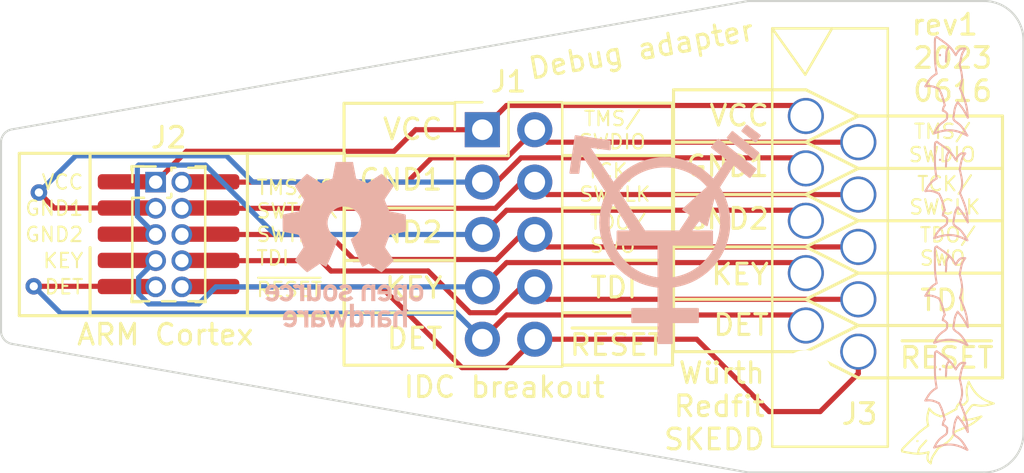
<source format=kicad_pcb>
(kicad_pcb (version 20221018) (generator pcbnew)
  (layers (0 "F.Cu" signal) (31 "B.Cu" signal) (34 "B.Paste" user) (35 "F.Paste" user) (36 "B.SilkS" user "B.Silkscreen") (37 "F.SilkS" user "F.Silkscreen") (38 "B.Mask" user) (39 "F.Mask" user) (44 "Edge.Cuts" user))
  (net 0 "")
  (net 1 "VCC")
  (net 2 "TMS{slash}SWDIO")
  (net 3 "GND1")
  (net 4 "TCK{slash}SWCLK")
  (net 5 "GND2")
  (net 6 "TDO{slash}SWO")
  (net 7 "KEY")
  (net 8 "TDI")
  (net 9 "DET")
  (net 10 "~{RESET}")
  (footprint "lethalbit-connectors:FTSH-105-01-L-DV-K-TR" (layer "F.Cu") (at 109.08 105.922 -90)
    (fp_text reference "J6" hide)
    (fp_text value "Cortex_Dbg_SMD")
    (pad "1" smd roundrect (at -2.54 2.035 270) (size 0.74 2.79) (layers "F.Cu" "F.Paste" "F.Mask") (roundrect_rratio 0.2702702703) (net 1 "VCC"))
    (pad "2" smd roundrect (at -2.54 -2.035 270) (size 0.74 2.79) (layers "F.Cu" "F.Paste" "F.Mask") (roundrect_rratio 0.2702702703) (net 2 "TMS{slash}SWDIO"))
    (pad "3" smd roundrect (at -1.27 2.035 270) (size 0.74 2.79) (layers "F.Cu" "F.Paste" "F.Mask") (roundrect_rratio 0.2702702703) (net 3 "GND1"))
    (pad "4" smd roundrect (at -1.27 -2.035 270) (size 0.74 2.79) (layers "F.Cu" "F.Paste" "F.Mask") (roundrect_rratio 0.2702702703) (net 4 "TCK{slash}SWCLK"))
    (pad "5" smd roundrect (at 0 2.035 270) (size 0.74 2.79) (layers "F.Cu" "F.Paste" "F.Mask") (roundrect_rratio 0.2702702703) (net 5 "GND2"))
    (pad "6" smd roundrect (at 0 -2.035 270) (size 0.74 2.79) (layers "F.Cu" "F.Paste" "F.Mask") (roundrect_rratio 0.2702702703) (net 6 "TDO{slash}SWO"))
    (pad "7" smd roundrect (at 1.27 2.035 270) (size 0.74 2.79) (layers "F.Cu" "F.Paste" "F.Mask") (roundrect_rratio 0.2702702703) (net 7 "KEY"))
    (pad "8" smd roundrect (at 1.27 -2.035 270) (size 0.74 2.79) (layers "F.Cu" "F.Paste" "F.Mask") (roundrect_rratio 0.2702702703) (net 8 "TDI"))
    (pad "9" smd roundrect (at 2.54 2.035 270) (size 0.74 2.79) (layers "F.Cu" "F.Paste" "F.Mask") (roundrect_rratio 0.2702702703) (net 9 "DET"))
    (pad "10" smd roundrect (at 2.54 -2.035 270) (size 0.74 2.79) (layers "F.Cu" "F.Paste" "F.Mask") (roundrect_rratio 0.2702702703) (net 10 "~{RESET}"))
  )
  (footprint "Connector_PinHeader_2.54mm:PinHeader_2x05_P2.54mm_Vertical" (layer "F.Cu") (at 124.2815 100.855)
    (fp_text reference "J1" (at 1.27 -2.33) (layer "F.SilkS"))
    (fp_text value "IDC_Breakout")
    (pad "1" thru_hole rect (at 0 0) (size 1.7 1.7) (drill 1) (layers "*.Cu" "*.Mask") (net 1 "VCC"))
    (pad "2" thru_hole oval (at 2.54 0) (size 1.7 1.7) (drill 1) (layers "*.Cu" "*.Mask") (net 2 "TMS{slash}SWDIO"))
    (pad "3" thru_hole oval (at 0 2.54) (size 1.7 1.7) (drill 1) (layers "*.Cu" "*.Mask") (net 3 "GND1"))
    (pad "4" thru_hole oval (at 2.54 2.54) (size 1.7 1.7) (drill 1) (layers "*.Cu" "*.Mask") (net 4 "TCK{slash}SWCLK"))
    (pad "5" thru_hole oval (at 0 5.08) (size 1.7 1.7) (drill 1) (layers "*.Cu" "*.Mask") (net 5 "GND2"))
    (pad "6" thru_hole oval (at 2.54 5.08) (size 1.7 1.7) (drill 1) (layers "*.Cu" "*.Mask") (net 6 "TDO{slash}SWO"))
    (pad "7" thru_hole oval (at 0 7.62) (size 1.7 1.7) (drill 1) (layers "*.Cu" "*.Mask") (net 7 "KEY"))
    (pad "8" thru_hole oval (at 2.54 7.62) (size 1.7 1.7) (drill 1) (layers "*.Cu" "*.Mask") (net 8 "TDI"))
    (pad "9" thru_hole oval (at 0 10.16) (size 1.7 1.7) (drill 1) (layers "*.Cu" "*.Mask") (net 9 "DET"))
    (pad "10" thru_hole oval (at 2.54 10.16) (size 1.7 1.7) (drill 1) (layers "*.Cu" "*.Mask") (net 10 "~{RESET}"))
  )
  (footprint "Connector_PinHeader_1.27mm:PinHeader_2x05_P1.27mm_Vertical" (layer "F.Cu") (at 108.455 103.397)
    (fp_text reference "J2" (at 0.635 -2.159) (layer "F.SilkS"))
    (fp_text value "Cortex_Dbg")
    (pad "1" thru_hole rect (at 0 0) (size 1 1) (drill 0.65) (layers "*.Cu" "*.Mask") (net 1 "VCC"))
    (pad "2" thru_hole oval (at 1.27 0) (size 1 1) (drill 0.65) (layers "*.Cu" "*.Mask") (net 2 "TMS{slash}SWDIO"))
    (pad "3" thru_hole oval (at 0 1.27) (size 1 1) (drill 0.65) (layers "*.Cu" "*.Mask") (net 3 "GND1"))
    (pad "4" thru_hole oval (at 1.27 1.27) (size 1 1) (drill 0.65) (layers "*.Cu" "*.Mask") (net 4 "TCK{slash}SWCLK"))
    (pad "5" thru_hole oval (at 0 2.54) (size 1 1) (drill 0.65) (layers "*.Cu" "*.Mask") (net 5 "GND2"))
    (pad "6" thru_hole oval (at 1.27 2.54) (size 1 1) (drill 0.65) (layers "*.Cu" "*.Mask") (net 6 "TDO{slash}SWO"))
    (pad "7" thru_hole oval (at 0 3.81) (size 1 1) (drill 0.65) (layers "*.Cu" "*.Mask") (net 7 "KEY"))
    (pad "8" thru_hole oval (at 1.27 3.81) (size 1 1) (drill 0.65) (layers "*.Cu" "*.Mask") (net 8 "TDI"))
    (pad "9" thru_hole oval (at 0 5.08) (size 1 1) (drill 0.65) (layers "*.Cu" "*.Mask") (net 9 "DET"))
    (pad "10" thru_hole oval (at 1.27 5.08) (size 1 1) (drill 0.65) (layers "*.Cu" "*.Mask") (net 10 "~{RESET}"))
  )
  (footprint "graphics:shork" (layer "F.Cu") (at 146.812 115.189 45)
    (fp_text reference "REF**" hide)
    (fp_text value "shork")
  )
  (footprint "chip-bo:Wurth_WR-RST_REDFIT_IDC_SKEDD-10_02x05_490107671012_DEBUG" (layer "F.Cu") (at 141.224 105.84 -90)
    (fp_text reference "J3" (at 8.8 -1.33 unlocked) (layer "F.SilkS"))
    (fp_text value "Redfit_SKEDD")
    (pad "" np_thru_hole circle (at -6.98 -1.27 270) (size 2.2 2.2) (drill 2.2) (layers "*.Cu" "*.Mask"))
    (pad "" np_thru_hole circle (at 7.01 1.27 270) (size 2.6 2.6) (drill 2.6) (layers "*.Cu" "*.Mask"))
    (pad "1" thru_hole circle (at -5.65 1.27 270) (size 1.75 1.75) (drill 1.5) (layers "*.Cu" "*.Mask") (net 1 "VCC"))
    (pad "2" thru_hole circle (at -4.38 -1.27 270) (size 1.75 1.75) (drill 1.5) (layers "*.Cu" "*.Mask") (net 2 "TMS{slash}SWDIO"))
    (pad "3" thru_hole circle (at -3.11 1.27 270) (size 1.75 1.75) (drill 1.5) (layers "*.Cu" "*.Mask") (net 3 "GND1"))
    (pad "4" thru_hole circle (at -1.84 -1.27 270) (size 1.75 1.75) (drill 1.5) (layers "*.Cu" "*.Mask") (net 4 "TCK{slash}SWCLK"))
    (pad "5" thru_hole circle (at -0.57 1.27 270) (size 1.75 1.75) (drill 1.5) (layers "*.Cu" "*.Mask") (net 5 "GND2"))
    (pad "6" thru_hole circle (at 0.7 -1.27 270) (size 1.75 1.75) (drill 1.5) (layers "*.Cu" "*.Mask") (net 6 "TDO{slash}SWO"))
    (pad "7" thru_hole circle (at 1.97 1.27 270) (size 1.75 1.75) (drill 1.5) (layers "*.Cu" "*.Mask") (net 7 "KEY"))
    (pad "8" thru_hole circle (at 3.24 -1.27 270) (size 1.75 1.75) (drill 1.5) (layers "*.Cu" "*.Mask") (net 8 "TDI"))
    (pad "9" thru_hole circle (at 4.51 1.27 270) (size 1.75 1.75) (drill 1.5) (layers "*.Cu" "*.Mask") (net 9 "DET"))
    (pad "10" thru_hole circle (at 5.78 -1.27 270) (size 1.75 1.75) (drill 1.5) (layers "*.Cu" "*.Mask") (net 10 "~{RESET}"))
  )
  (footprint "graphics:trans" (layer "B.Cu") (at 132.969 105.918 180)
    (fp_text reference "REF**" hide)
    (fp_text value "trans")
  )
  (footprint "Symbol:OSHW-Logo_7.5x8mm_SilkScreen" (layer "B.Cu") (at 117.602 106.426 180)
    (fp_text reference "REF**" hide)
    (fp_text value "OSHW-Logo_7.5x8mm_SilkScreen" hide)
  )
  (footprint "graphics:shork" (layer "B.Cu") (at 146.939 103.886 -90)
    (fp_text reference "REF**2" hide)
    (fp_text value "shork")
  )
  (footprint "graphics:shork" (layer "B.Cu") (at 146.939 114.046 -90)
    (fp_text reference "REF**4" hide)
    (fp_text value "shork")
  )
  (footprint "graphics:shork" (layer "B.Cu") (at 146.939 98.806 -90)
    (fp_text reference "REF**1" hide)
    (fp_text value "shork")
  )
  (footprint "graphics:shork" (layer "B.Cu") (at 146.939 108.966 -90)
    (fp_text reference "REF**3" hide)
    (fp_text value "shork")
  )
  (gr_line (start 117.599 109.874) (end 117.599 102) (stroke (width 0.15)) (layer "F.SilkS"))
  (gr_line (start 133.5435 98.92) (end 133.5435 111.62) (stroke (width 0.15)) (layer "F.SilkS"))
  (gr_line (start 139.954 104) (end 142.494 102.73) (stroke (width 0.15)) (layer "F.SilkS"))
  (gr_line (start 133.4955 99.568) (end 128.1615 99.568) (stroke (width 0.15)) (layer "F.SilkS"))
  (gr_line (start 133.4955 104.648) (end 128.1615 104.648) (stroke (width 0.15)) (layer "F.SilkS"))
  (gr_line (start 139.954 101.46) (end 142.494 102.73) (stroke (width 0.15)) (layer "F.SilkS"))
  (gr_line (start 112.9 102) (end 117.599 102) (stroke (width 0.15)) (layer "F.SilkS"))
  (gr_line (start 133.4955 109.728) (end 128.1615 109.728) (stroke (width 0.15)) (layer "F.SilkS"))
  (gr_line (start 128.1615 112.268) (end 133.4955 112.268) (stroke (width 0.15)) (layer "F.SilkS"))
  (gr_line (start 139.954 111.62) (end 142.494 112.89) (stroke (width 0.15)) (layer "F.SilkS"))
  (gr_line (start 133.5435 111.62) (end 139.954 111.62) (stroke (width 0.15)) (layer "F.SilkS"))
  (gr_line (start 117.5815 112.275) (end 122.9155 112.275) (stroke (width 0.15)) (layer "F.SilkS"))
  (gr_line (start 122.9155 109.735) (end 117.5815 109.735) (stroke (width 0.15)) (layer "F.SilkS"))
  (gr_line (start 139.954 109.08) (end 142.494 110.35) (stroke (width 0.15)) (layer "F.SilkS"))
  (gr_line (start 149.479 107.81) (end 142.494 107.81) (stroke (width 0.15)) (layer "F.SilkS"))
  (gr_line (start 139.954 109.08) (end 133.5435 109.08) (stroke (width 0.15)) (layer "F.SilkS"))
  (gr_line (start 139.954 101.46) (end 133.5435 101.46) (stroke (width 0.15)) (layer "F.SilkS"))
  (gr_line (start 101.851 102) (end 105.28 102) (stroke (width 0.15)) (layer "F.SilkS"))
  (gr_line (start 122.9155 107.195) (end 117.5815 107.195) (stroke (width 0.15)) (layer "F.SilkS"))
  (gr_line (start 122.9155 99.575) (end 117.5815 99.575) (stroke (width 0.15)) (layer "F.SilkS"))
  (gr_line (start 101.851 109.874) (end 101.851 102) (stroke (width 0.15)) (layer "F.SilkS"))
  (gr_line (start 139.954 98.92) (end 133.5435 98.92) (stroke (width 0.15)) (layer "F.SilkS"))
  (gr_line (start 117.5815 99.575) (end 117.5815 112.275) (stroke (width 0.15)) (layer "F.SilkS"))
  (gr_line (start 142.494 100.19) (end 149.479 100.19) (stroke (width 0.15)) (layer "F.SilkS"))
  (gr_line (start 139.954 109.08) (end 142.494 107.81) (stroke (width 0.15)) (layer "F.SilkS"))
  (gr_line (start 122.9155 104.655) (end 117.5815 104.655) (stroke (width 0.15)) (layer "F.SilkS"))
  (gr_line (start 133.4955 99.568) (end 133.4955 112.268) (stroke (width 0.15)) (layer "F.SilkS"))
  (gr_line (start 139.954 106.54) (end 133.5435 106.54) (stroke (width 0.15)) (layer "F.SilkS"))
  (gr_line (start 139.954 104) (end 133.5435 104) (stroke (width 0.15)) (layer "F.SilkS"))
  (gr_line (start 139.954 101.46) (end 142.494 100.19) (stroke (width 0.15)) (layer "F.SilkS"))
  (gr_line (start 105.28 102) (end 112.9 102) (stroke (width 0.15)) (layer "F.SilkS"))
  (gr_line (start 112.9 102) (end 112.9 109.874) (stroke (width 0.15)) (layer "F.SilkS"))
  (gr_line (start 149.479 112.89) (end 142.494 112.89) (stroke (width 0.15)) (layer "F.SilkS"))
  (gr_line (start 149.479 102.73) (end 142.494 102.73) (stroke (width 0.15)) (layer "F.SilkS"))
  (gr_line (start 149.479 105.27) (end 142.494 105.27) (stroke (width 0.15)) (layer "F.SilkS"))
  (gr_line (start 139.954 106.54) (end 142.494 107.81) (stroke (width 0.15)) (layer "F.SilkS"))
  (gr_line (start 112.9 109.874) (end 105.28 109.874) (stroke (width 0.15)) (layer "F.SilkS"))
  (gr_line (start 117.599 109.874) (end 112.9 109.874) (stroke (width 0.15)) (layer "F.SilkS"))
  (gr_line (start 105.28 102) (end 105.28 105.302) (stroke (width 0.15)) (layer "F.SilkS"))
  (gr_line (start 133.4955 107.188) (end 128.1615 107.188) (stroke (width 0.15)) (layer "F.SilkS"))
  (gr_line (start 149.479 110.35) (end 142.494 110.35) (stroke (width 0.15)) (layer "F.SilkS"))
  (gr_line (start 133.4955 102.108) (end 128.1615 102.108) (stroke (width 0.15)) (layer "F.SilkS"))
  (gr_line (start 105.28 109.874) (end 101.851 109.874) (stroke (width 0.15)) (layer "F.SilkS"))
  (gr_line (start 139.954 111.62) (end 142.494 110.35) (stroke (width 0.15)) (layer "F.SilkS"))
  (gr_line (start 139.954 98.92) (end 142.494 100.19) (stroke (width 0.15)) (layer "F.SilkS"))
  (gr_line (start 139.954 106.54) (end 142.494 105.27) (stroke (width 0.15)) (layer "F.SilkS"))
  (gr_line (start 139.954 104) (end 142.494 105.27) (stroke (width 0.15)) (layer "F.SilkS"))
  (gr_line (start 149.479 100.19) (end 149.479 112.89) (stroke (width 0.15)) (layer "F.SilkS"))
  (gr_line (start 122.9155 102.115) (end 117.5815 102.115) (stroke (width 0.15)) (layer "F.SilkS"))
  (gr_line (start 105.28 109.874) (end 105.28 106.572) (stroke (width 0.15)) (layer "F.SilkS"))
  (gr_arc (start 150.495 115.57) (mid 149.937038 116.917038) (end 148.59 117.475) (stroke (width 0.1)) (layer "Edge.Cuts"))
  (gr_arc (start 100.965 101.46436) (mid 101.115482 101.053912) (end 101.495607 100.838) (stroke (width 0.1)) (layer "Edge.Cuts"))
  (gr_line (start 148.59 94.615) (end 137.16 94.615) (stroke (width 0.1)) (layer "Edge.Cuts"))
  (gr_line (start 137.16 117.475) (end 148.59 117.475) (stroke (width 0.1)) (layer "Edge.Cuts"))
  (gr_line (start 101.495608 111.243359) (end 137.16 117.475) (stroke (width 0.1)) (layer "Edge.Cuts"))
  (gr_arc (start 148.59 94.615) (mid 149.937038 95.172962) (end 150.495 96.52) (stroke (width 0.1)) (layer "Edge.Cuts"))
  (gr_arc (start 101.495608 111.243359) (mid 101.115483 111.027447) (end 100.965001 110.616999) (stroke (width 0.1)) (layer "Edge.Cuts"))
  (gr_line (start 150.495 115.57) (end 150.495 96.52) (stroke (width 0.1)) (layer "Edge.Cuts"))
  (gr_line (start 137.16 94.615) (end 101.495607 100.838) (stroke (width 0.1)) (layer "Edge.Cuts"))
  (gr_line (start 100.965 101.46436) (end 100.965001 110.616999) (stroke (width 0.1)) (layer "Edge.Cuts"))
  (gr_text "SWTCLK" (at 113.281 104.797232) (layer "F.SilkS") (effects (font (size 0.7 0.7) (thickness 0.1)) (justify left)))
  (gr_text "KEY" (at 103.976666 107.207) (layer "F.SilkS") (effects (font (size 0.7 0.7) (thickness 0.1))))
  (gr_text "GND1" (at 103.543333 104.667) (layer "F.SilkS") (effects (font (size 0.7 0.7) (thickness 0.1))))
  (gr_text "TMS/IO" (at 113.281 103.657464) (layer "F.SilkS") (effects (font (size 0.7 0.7) (thickness 0.1)) (justify left)))
  (gr_text "DET" (at 135.384833 110.91) (layer "F.SilkS") (effects (font (size 1 1)) (justify left bottom)))
  (gr_text "TDI" (at 113.281 107.076768) (layer "F.SilkS") (effects (font (size 0.7 0.7) (thickness 0.1)) (justify left)))
  (gr_text "TDI" (at 145.415 109.715) (layer "F.SilkS") (effects (font (size 1 1)) (justify left bottom)))
  (gr_text "GND1" (at 118.237143 103.865) (layer "F.SilkS") (effects (font (size 1 1)) (justify left bottom)))
  (gr_text "KEY" (at 119.475238 109.115) (layer "F.SilkS") (effects (font (size 1 1)) (justify left bottom)))
  (gr_text "TMS/\nSWDIO" (at 130.5745 101.854) (layer "F.SilkS") (effects (font (size 0.7 0.7) (thickness 0.1)) (justify bottom)))
  (gr_text "VCC" (at 135.194357 100.76) (layer "F.SilkS") (effects (font (size 1 1)) (justify left bottom)))
  (gr_text "TDI" (at 129.4315 109.093) (layer "F.SilkS") (effects (font (size 1 1)) (justify left bottom)))
  (gr_text "GND2" (at 118.237143 106.415) (layer "F.SilkS") (effects (font (size 1 1)) (justify left bottom)))
  (gr_text "TMS/\nSWDIO" (at 146.558 102.476) (layer "F.SilkS") (effects (font (size 0.7 0.7) (thickness 0.1)) (justify bottom)))
  (gr_text "VCC" (at 103.943333 103.397) (layer "F.SilkS") (effects (font (size 0.7 0.7) (thickness 0.1))))
  (gr_text "TCK/\nSWCLK" (at 146.685 105.016) (layer "F.SilkS") (effects (font (size 0.7 0.7) (thickness 0.1)) (justify bottom)))
  (gr_text "rev1 \n2023\n0616" (at 147.066 99.568) (layer "F.SilkS") (effects (font (size 1 1)) (justify bottom)))
  (gr_text "ARM Cortex" (at 113.284 111.379) (layer "F.SilkS") (effects (font (size 1 1)) (justify right bottom)))
  (gr_text "DET" (at 119.570476 111.565) (layer "F.SilkS") (effects (font (size 1 1)) (justify left bottom)))
  (gr_text "TDO/\nSWO" (at 129.4315 106.875) (layer "F.SilkS") (effects (font (size 0.7 0.7) (thickness 0.1)) (justify left bottom)))
  (gr_text "DET" (at 104.01 108.477) (layer "F.SilkS") (effects (font (size 0.7 0.7) (thickness 0.1))))
  (gr_text "~{RESET}" (at 113.281 108.610464) (layer "F.SilkS") (effects (font (size 0.7 0.7) (thickness 0.1)) (justify left)))
  (gr_text "TDO/\nSWO" (at 145.415 107.497) (layer "F.SilkS") (effects (font (size 0.7 0.7) (thickness 0.1)) (justify left bottom)))
  (gr_text "Würth\nRedfit\nSKEDD" (at 138.049 116.459) (layer "F.SilkS") (effects (font (size 1 1)) (justify right bottom)))
  (gr_text "TCK/\nSWCLK" (at 130.7015 104.394) (layer "F.SilkS") (effects (font (size 0.7 0.7) (thickness 0.1)) (justify bottom)))
  (gr_text "VCC" (at 119.38 101.415) (layer "F.SilkS") (effects (font (size 1 1)) (justify left bottom)))
  (gr_text "IDC breakout" (at 130.302 113.919) (layer "F.SilkS") (effects (font (size 1 1)) (justify right bottom)))
  (gr_text "GND2" (at 103.543333 105.937) (layer "F.SilkS") (effects (font (size 0.7 0.7) (thickness 0.1))))
  (gr_text "Debug adapter" (at 132.08 97.536 10) (layer "F.SilkS") (effects (font (size 1 1)) (justify bottom)))
  (gr_text "~{RESET}" (at 144.417 112.501) (layer "F.SilkS") (effects (font (size 1 1)) (justify left bottom)))
  (gr_text "SWTDO" (at 113.281 105.937) (layer "F.SilkS") (effects (font (size 0.7 0.7) (thickness 0.1)) (justify left)))
  (gr_text "KEY" (at 135.289595 108.46) (layer "F.SilkS") (effects (font (size 1 1)) (justify left bottom)))
  (gr_text "~{RESET}" (at 128.4335 111.879) (layer "F.SilkS") (effects (font (size 1 1)) (justify left bottom)))
  (gr_text "GND2" (at 134.0515 105.76) (layer "F.SilkS") (effects (font (size 1 1)) (justify left bottom)))
  (gr_text "GND1" (at 134.0515 103.21) (layer "F.SilkS") (effects (font (size 1 1)) (justify left bottom)))
  (segment (start 125.4565 99.68) (end 139.444 99.68) (width 0.25) (layer "F.Cu") (net 1))
  (segment (start 124.2815 100.855) (end 125.4565 99.68) (width 0.25) (layer "F.Cu") (net 1))
  (segment (start 109.951 101.901) (end 120.004 101.901) (width 0.25) (layer "F.Cu") (net 1))
  (segment (start 120.004 101.901) (end 121.05 100.855) (width 0.25) (layer "F.Cu") (net 1))
  (segment (start 124.2815 100.855) (end 121.05 100.855) (width 0.25) (layer "F.Cu") (net 1))
  (segment (start 109.951 101.901) (end 108.455 103.397) (width 0.25) (layer "F.Cu") (net 1))
  (segment (start 108.455 103.397) (end 107.06 103.397) (width 0.25) (layer "F.Cu") (net 1))
  (segment (start 121.824 102.22) (end 125.4565 102.22) (width 0.25) (layer "F.Cu") (net 2))
  (segment (start 109.725 103.397) (end 120.647 103.397) (width 0.25) (layer "F.Cu") (net 2))
  (segment (start 127.4265 101.46) (end 142.494 101.46) (width 0.25) (layer "F.Cu") (net 2))
  (segment (start 125.4565 102.22) (end 126.8215 100.855) (width 0.25) (layer "F.Cu") (net 2))
  (segment (start 126.8215 100.855) (end 127.4265 101.46) (width 0.25) (layer "F.Cu") (net 2))
  (segment (start 120.647 103.397) (end 121.824 102.22) (width 0.25) (layer "F.Cu") (net 2))
  (segment (start 108.455 104.667) (end 107.06 104.667) (width 0.25) (layer "F.Cu") (net 3))
  (segment (start 139.444 102.22) (end 126.15 102.22) (width 0.25) (layer "F.Cu") (net 3))
  (segment (start 126.15 102.22) (end 124.975 103.395) (width 0.25) (layer "F.Cu") (net 3))
  (segment (start 102.8 103.9) (end 103.552 104.652) (width 0.25) (layer "F.Cu") (net 3))
  (segment (start 103.552 104.652) (end 107.045 104.652) (width 0.25) (layer "F.Cu") (net 3))
  (via (at 102.8 103.9) (size 0.8) (drill 0.4) (layers "F.Cu" "B.Cu") (net 3))
  (segment (start 111.887 102.122) (end 104.578 102.122) (width 0.25) (layer "B.Cu") (net 3))
  (segment (start 113.16 103.395) (end 111.887 102.122) (width 0.25) (layer "B.Cu") (net 3))
  (segment (start 104.578 102.122) (end 102.8 103.9) (width 0.25) (layer "B.Cu") (net 3))
  (segment (start 124.2815 103.395) (end 113.16 103.395) (width 0.25) (layer "B.Cu") (net 3))
  (segment (start 124.913104 104.667) (end 126.185104 103.395) (width 0.25) (layer "F.Cu") (net 4))
  (segment (start 126.8215 103.395) (end 127.4265 104) (width 0.25) (layer "F.Cu") (net 4))
  (segment (start 109.725 104.667) (end 124.913104 104.667) (width 0.25) (layer "F.Cu") (net 4))
  (segment (start 127.4265 104) (end 142.494 104) (width 0.25) (layer "F.Cu") (net 4))
  (segment (start 124.2815 105.935) (end 125.4565 104.76) (width 0.25) (layer "F.Cu") (net 5))
  (segment (start 125.4565 104.76) (end 139.444 104.76) (width 0.25) (layer "F.Cu") (net 5))
  (segment (start 108.455 105.937) (end 107.06 105.937) (width 0.25) (layer "F.Cu") (net 5))
  (segment (start 107.569 105.051) (end 107.569 102.633) (width 0.25) (layer "B.Cu") (net 5))
  (segment (start 114.234 105.935) (end 124.2815 105.935) (width 0.25) (layer "B.Cu") (net 5))
  (segment (start 110.871 102.572) (end 114.234 105.935) (width 0.25) (layer "B.Cu") (net 5))
  (segment (start 107.569 102.633) (end 107.63 102.572) (width 0.25) (layer "B.Cu") (net 5))
  (segment (start 107.63 102.572) (end 110.871 102.572) (width 0.25) (layer "B.Cu") (net 5))
  (segment (start 108.455 105.937) (end 107.569 105.051) (width 0.25) (layer "B.Cu") (net 5))
  (segment (start 116.8495 105.937) (end 118.0625 107.15) (width 0.25) (layer "F.Cu") (net 6))
  (segment (start 127.4265 106.54) (end 142.494 106.54) (width 0.25) (layer "F.Cu") (net 6))
  (segment (start 126.8215 105.935) (end 127.4265 106.54) (width 0.25) (layer "F.Cu") (net 6))
  (segment (start 109.725 105.937) (end 116.8495 105.937) (width 0.25) (layer "F.Cu") (net 6))
  (segment (start 124.970104 107.15) (end 126.185104 105.935) (width 0.25) (layer "F.Cu") (net 6))
  (segment (start 118.0625 107.15) (end 124.970104 107.15) (width 0.25) (layer "F.Cu") (net 6))
  (segment (start 108.455 107.207) (end 107.06 107.207) (width 0.25) (layer "F.Cu") (net 7))
  (segment (start 125.4565 107.3) (end 139.444 107.3) (width 0.25) (layer "F.Cu") (net 7))
  (segment (start 124.2815 108.475) (end 125.4565 107.3) (width 0.25) (layer "F.Cu") (net 7))
  (segment (start 108.113273 109.302) (end 107.63 108.818727) (width 0.25) (layer "B.Cu") (net 7))
  (segment (start 110.548 109.302) (end 108.113273 109.302) (width 0.25) (layer "B.Cu") (net 7))
  (segment (start 111.375 108.475) (end 110.548 109.302) (width 0.25) (layer "B.Cu") (net 7))
  (segment (start 124.2815 108.475) (end 111.375 108.475) (width 0.25) (layer "B.Cu") (net 7))
  (segment (start 107.63 108.032) (end 108.455 107.207) (width 0.25) (layer "B.Cu") (net 7))
  (segment (start 107.63 108.818727) (end 107.63 108.032) (width 0.25) (layer "B.Cu") (net 7))
  (segment (start 127.4265 109.08) (end 142.494 109.08) (width 0.25) (layer "F.Cu") (net 8))
  (segment (start 123.680052 109.730052) (end 124.930052 109.730052) (width 0.25) (layer "F.Cu") (net 8))
  (segment (start 109.725 107.207) (end 116.450001 107.207) (width 0.25) (layer "F.Cu") (net 8))
  (segment (start 126.8215 108.475) (end 127.4265 109.08) (width 0.25) (layer "F.Cu") (net 8))
  (segment (start 116.450001 107.207) (end 116.95 107.706999) (width 0.25) (layer "F.Cu") (net 8))
  (segment (start 116.95 107.706999) (end 121.656999 107.706999) (width 0.25) (layer "F.Cu") (net 8))
  (segment (start 124.930052 109.730052) (end 126.185104 108.475) (width 0.25) (layer "F.Cu") (net 8))
  (segment (start 121.656999 107.706999) (end 123.680052 109.730052) (width 0.25) (layer "F.Cu") (net 8))
  (segment (start 125.4565 109.84) (end 139.444 109.84) (width 0.25) (layer "F.Cu") (net 9))
  (segment (start 108.455 108.477) (end 107.06 108.477) (width 0.25) (layer "F.Cu") (net 9))
  (segment (start 124.2815 111.015) (end 125.4565 109.84) (width 0.25) (layer "F.Cu") (net 9))
  (segment (start 102.55 108.45) (end 107.033 108.45) (width 0.25) (layer "F.Cu") (net 9))
  (via (at 102.55 108.45) (size 0.8) (drill 0.4) (layers "F.Cu" "B.Cu") (net 9))
  (segment (start 124.2815 111.015) (end 122.9665 109.7) (width 0.25) (layer "B.Cu") (net 9))
  (segment (start 122.9145 109.752) (end 103.852 109.752) (width 0.25) (layer "B.Cu") (net 9))
  (segment (start 122.9665 109.7) (end 122.9145 109.752) (width 0.25) (layer "B.Cu") (net 9))
  (segment (start 103.852 109.752) (end 102.55 108.45) (width 0.25) (layer "B.Cu") (net 9))
  (segment (start 125.44325 112.39325) (end 126.8215 111.015) (width 0.25) (layer "F.Cu") (net 10))
  (segment (start 134.666 111.015) (end 138.176 114.525) (width 0.25) (layer "F.Cu") (net 10))
  (segment (start 140.647808 114.525) (end 142.494 112.678808) (width 0.25) (layer "F.Cu") (net 10))
  (segment (start 126.8215 111.015) (end 134.666 111.015) (width 0.25) (layer "F.Cu") (net 10))
  (segment (start 142.494 112.678808) (end 142.494 111.62) (width 0.25) (layer "F.Cu") (net 10))
  (segment (start 125.44325 112.39325) (end 123.29325 112.39325) (width 0.25) (layer "F.Cu") (net 10))
  (segment (start 123.29325 112.39325) (end 119.377 108.477) (width 0.25) (layer "F.Cu") (net 10))
  (segment (start 119.377 108.477) (end 109.725 108.477) (width 0.25) (layer "F.Cu") (net 10))
  (segment (start 138.176 114.525) (end 140.647808 114.525) (width 0.25) (layer "F.Cu") (net 10))
)
</source>
